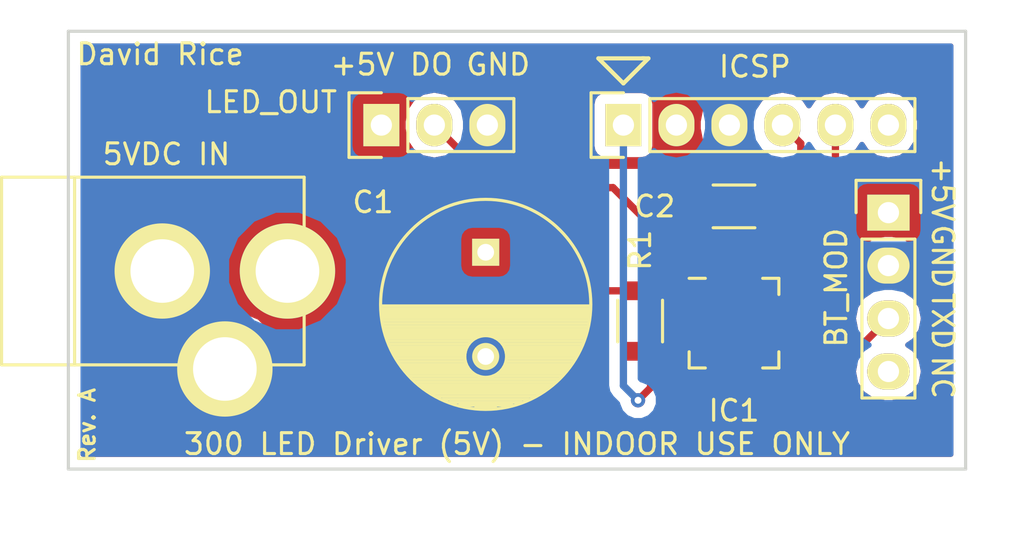
<source format=kicad_pcb>
(kicad_pcb (version 4) (host pcbnew 4.0.4-stable)

  (general
    (links 20)
    (no_connects 0)
    (area 116.571979 59.5 165.800001 85.100001)
    (thickness 1.6)
    (drawings 18)
    (tracks 44)
    (zones 0)
    (modules 8)
    (nets 19)
  )

  (page USLetter)
  (layers
    (0 F.Cu signal)
    (31 B.Cu signal)
    (34 B.Paste user)
    (35 F.Paste user)
    (36 B.SilkS user)
    (37 F.SilkS user)
    (38 B.Mask user)
    (39 F.Mask user)
    (44 Edge.Cuts user)
    (46 B.CrtYd user)
    (47 F.CrtYd user)
  )

  (setup
    (last_trace_width 0.1524)
    (user_trace_width 0.35)
    (user_trace_width 1.27)
    (user_trace_width 2.54)
    (user_trace_width 5.08)
    (trace_clearance 0.1524)
    (zone_clearance 0.508)
    (zone_45_only yes)
    (trace_min 0.1524)
    (segment_width 0.2)
    (edge_width 0.15)
    (via_size 0.6858)
    (via_drill 0.3302)
    (via_min_size 0.6858)
    (via_min_drill 0.3302)
    (uvia_size 0.762)
    (uvia_drill 0.508)
    (uvias_allowed no)
    (uvia_min_size 0)
    (uvia_min_drill 0)
    (pcb_text_width 0.3)
    (pcb_text_size 1.5 1.5)
    (mod_edge_width 0.15)
    (mod_text_size 1 1)
    (mod_text_width 0.15)
    (pad_size 1.524 1.524)
    (pad_drill 0.762)
    (pad_to_mask_clearance 0.2)
    (aux_axis_origin 0 0)
    (visible_elements 7FFFFFFF)
    (pcbplotparams
      (layerselection 0x00030_80000001)
      (usegerberextensions false)
      (excludeedgelayer true)
      (linewidth 0.100000)
      (plotframeref false)
      (viasonmask false)
      (mode 1)
      (useauxorigin false)
      (hpglpennumber 1)
      (hpglpenspeed 20)
      (hpglpendiameter 15)
      (hpglpenoverlay 2)
      (psnegative false)
      (psa4output false)
      (plotreference true)
      (plotvalue true)
      (plotinvisibletext false)
      (padsonsilk false)
      (subtractmaskfromsilk false)
      (outputformat 1)
      (mirror false)
      (drillshape 1)
      (scaleselection 1)
      (outputdirectory ""))
  )

  (net 0 "")
  (net 1 +5V)
  (net 2 GND)
  (net 3 "Net-(IC1-Pad1)")
  (net 4 "Net-(IC1-Pad2)")
  (net 5 "Net-(IC1-Pad3)")
  (net 6 "Net-(IC1-Pad4)")
  (net 7 "Net-(IC1-Pad5)")
  (net 8 "Net-(IC1-Pad6)")
  (net 9 "Net-(IC1-Pad7)")
  (net 10 "Net-(IC1-Pad8)")
  (net 11 "Net-(IC1-Pad9)")
  (net 12 "Net-(IC1-Pad10)")
  (net 13 "Net-(IC1-Pad11)")
  (net 14 "Net-(IC1-Pad12)")
  (net 15 "Net-(IC1-Pad14)")
  (net 16 "Net-(IC1-Pad15)")
  (net 17 "Net-(P3-Pad6)")
  (net 18 "Net-(P4-Pad4)")

  (net_class Default "This is the default net class."
    (clearance 0.1524)
    (trace_width 0.1524)
    (via_dia 0.6858)
    (via_drill 0.3302)
    (uvia_dia 0.762)
    (uvia_drill 0.508)
    (add_net +5V)
    (add_net GND)
    (add_net "Net-(IC1-Pad1)")
    (add_net "Net-(IC1-Pad10)")
    (add_net "Net-(IC1-Pad11)")
    (add_net "Net-(IC1-Pad12)")
    (add_net "Net-(IC1-Pad14)")
    (add_net "Net-(IC1-Pad15)")
    (add_net "Net-(IC1-Pad2)")
    (add_net "Net-(IC1-Pad3)")
    (add_net "Net-(IC1-Pad4)")
    (add_net "Net-(IC1-Pad5)")
    (add_net "Net-(IC1-Pad6)")
    (add_net "Net-(IC1-Pad7)")
    (add_net "Net-(IC1-Pad8)")
    (add_net "Net-(IC1-Pad9)")
    (add_net "Net-(P3-Pad6)")
    (add_net "Net-(P4-Pad4)")
  )

  (module Connect:BARREL_JACK (layer F.Cu) (tedit 57F1C8B0) (tstamp 57F1BEC8)
    (at 124.3 72.5)
    (descr "DC Barrel Jack")
    (tags "Power Jack")
    (path /57F1B500)
    (fp_text reference "5VDC IN" (at 0.4 -5.6) (layer F.SilkS)
      (effects (font (size 1 1) (thickness 0.15)))
    )
    (fp_text value BARREL_JACK (at 0 -5.99948) (layer F.Fab)
      (effects (font (size 1 1) (thickness 0.15)))
    )
    (fp_line (start -4.0005 -4.50088) (end -4.0005 4.50088) (layer F.SilkS) (width 0.15))
    (fp_line (start -7.50062 -4.50088) (end -7.50062 4.50088) (layer F.SilkS) (width 0.15))
    (fp_line (start -7.50062 4.50088) (end 7.00024 4.50088) (layer F.SilkS) (width 0.15))
    (fp_line (start 7.00024 4.50088) (end 7.00024 -4.50088) (layer F.SilkS) (width 0.15))
    (fp_line (start 7.00024 -4.50088) (end -7.50062 -4.50088) (layer F.SilkS) (width 0.15))
    (pad 1 thru_hole circle (at 6.20014 0) (size 4.572 4.572) (drill 3.048) (layers *.Cu *.Mask F.SilkS)
      (net 1 +5V))
    (pad 2 thru_hole circle (at 0.20066 0) (size 4.572 4.572) (drill oval 3.048) (layers *.Cu *.Mask F.SilkS)
      (net 2 GND))
    (pad 3 thru_hole circle (at 3.2004 4.699) (size 4.572 4.572) (drill 3.048) (layers *.Cu *.Mask F.SilkS)
      (net 2 GND))
  )

  (module Housings_DFN_QFN:QFN-16-1EP_4x4mm_Pitch0.65mm (layer F.Cu) (tedit 57F1C692) (tstamp 57F1BEBC)
    (at 151.9 75)
    (descr "16-Lead Plastic Quad Flat, No Lead Package (ML) - 4x4x0.9 mm Body [QFN]; (see Microchip Packaging Specification 00000049BS.pdf)")
    (tags "QFN 0.65")
    (path /57F1B7DB)
    (attr smd)
    (fp_text reference IC1 (at 0 4.2) (layer F.SilkS)
      (effects (font (size 1 1) (thickness 0.15)))
    )
    (fp_text value PIC16F18325-I/JQ (at 0 3.4) (layer F.Fab)
      (effects (font (size 1 1) (thickness 0.15)))
    )
    (fp_line (start -1 -2) (end 2 -2) (layer F.Fab) (width 0.15))
    (fp_line (start 2 -2) (end 2 2) (layer F.Fab) (width 0.15))
    (fp_line (start 2 2) (end -2 2) (layer F.Fab) (width 0.15))
    (fp_line (start -2 2) (end -2 -1) (layer F.Fab) (width 0.15))
    (fp_line (start -2 -1) (end -1 -2) (layer F.Fab) (width 0.15))
    (fp_line (start -2.65 -2.65) (end -2.65 2.65) (layer F.CrtYd) (width 0.05))
    (fp_line (start 2.65 -2.65) (end 2.65 2.65) (layer F.CrtYd) (width 0.05))
    (fp_line (start -2.65 -2.65) (end 2.65 -2.65) (layer F.CrtYd) (width 0.05))
    (fp_line (start -2.65 2.65) (end 2.65 2.65) (layer F.CrtYd) (width 0.05))
    (fp_line (start 2.15 -2.15) (end 2.15 -1.375) (layer F.SilkS) (width 0.15))
    (fp_line (start -2.15 2.15) (end -2.15 1.375) (layer F.SilkS) (width 0.15))
    (fp_line (start 2.15 2.15) (end 2.15 1.375) (layer F.SilkS) (width 0.15))
    (fp_line (start -2.15 -2.15) (end -1.375 -2.15) (layer F.SilkS) (width 0.15))
    (fp_line (start -2.15 2.15) (end -1.375 2.15) (layer F.SilkS) (width 0.15))
    (fp_line (start 2.15 2.15) (end 1.375 2.15) (layer F.SilkS) (width 0.15))
    (fp_line (start 2.15 -2.15) (end 1.375 -2.15) (layer F.SilkS) (width 0.15))
    (pad 1 smd rect (at -2 -0.975) (size 0.8 0.35) (layers F.Cu F.Paste F.Mask)
      (net 3 "Net-(IC1-Pad1)"))
    (pad 2 smd rect (at -2 -0.325) (size 0.8 0.35) (layers F.Cu F.Paste F.Mask)
      (net 4 "Net-(IC1-Pad2)"))
    (pad 3 smd rect (at -2 0.325) (size 0.8 0.35) (layers F.Cu F.Paste F.Mask)
      (net 5 "Net-(IC1-Pad3)"))
    (pad 4 smd rect (at -2 0.975) (size 0.8 0.35) (layers F.Cu F.Paste F.Mask)
      (net 6 "Net-(IC1-Pad4)"))
    (pad 5 smd rect (at -0.975 2 90) (size 0.8 0.35) (layers F.Cu F.Paste F.Mask)
      (net 7 "Net-(IC1-Pad5)"))
    (pad 6 smd rect (at -0.325 2 90) (size 0.8 0.35) (layers F.Cu F.Paste F.Mask)
      (net 8 "Net-(IC1-Pad6)"))
    (pad 7 smd rect (at 0.325 2 90) (size 0.8 0.35) (layers F.Cu F.Paste F.Mask)
      (net 9 "Net-(IC1-Pad7)"))
    (pad 8 smd rect (at 0.975 2 90) (size 0.8 0.35) (layers F.Cu F.Paste F.Mask)
      (net 10 "Net-(IC1-Pad8)"))
    (pad 9 smd rect (at 2 0.975) (size 0.8 0.35) (layers F.Cu F.Paste F.Mask)
      (net 11 "Net-(IC1-Pad9)"))
    (pad 10 smd rect (at 2 0.325) (size 0.8 0.35) (layers F.Cu F.Paste F.Mask)
      (net 12 "Net-(IC1-Pad10)"))
    (pad 11 smd rect (at 2 -0.325) (size 0.8 0.35) (layers F.Cu F.Paste F.Mask)
      (net 13 "Net-(IC1-Pad11)"))
    (pad 12 smd rect (at 2 -0.975) (size 0.8 0.35) (layers F.Cu F.Paste F.Mask)
      (net 14 "Net-(IC1-Pad12)"))
    (pad 13 smd rect (at 0.975 -2 90) (size 0.8 0.35) (layers F.Cu F.Paste F.Mask)
      (net 2 GND))
    (pad 14 smd rect (at 0.325 -2 90) (size 0.8 0.35) (layers F.Cu F.Paste F.Mask)
      (net 15 "Net-(IC1-Pad14)"))
    (pad 15 smd rect (at -0.325 -2 90) (size 0.8 0.35) (layers F.Cu F.Paste F.Mask)
      (net 16 "Net-(IC1-Pad15)"))
    (pad 16 smd rect (at -0.975 -2 90) (size 0.8 0.35) (layers F.Cu F.Paste F.Mask)
      (net 1 +5V))
    (model Housings_DFN_QFN.3dshapes/QFN-16-1EP_4x4mm_Pitch0.65mm.wrl
      (at (xyz 0 0 0))
      (scale (xyz 1 1 1))
      (rotate (xyz 0 0 0))
    )
  )

  (module Capacitors_ThroughHole:C_Radial_D10_L16_P5 (layer F.Cu) (tedit 57F1C773) (tstamp 57F1BE84)
    (at 140 71.6 270)
    (descr "Radial Electrolytic Capacitor 10mm x Length 16mm, Pitch 5mm")
    (tags "Electrolytic Capacitor")
    (path /57F1B993)
    (fp_text reference C1 (at -2.4 5.4 360) (layer F.SilkS)
      (effects (font (size 1 1) (thickness 0.15)))
    )
    (fp_text value 1000uF (at 2.5 6.3 270) (layer F.Fab)
      (effects (font (size 1 1) (thickness 0.15)))
    )
    (fp_line (start 2.575 -4.999) (end 2.575 4.999) (layer F.SilkS) (width 0.15))
    (fp_line (start 2.715 -4.995) (end 2.715 4.995) (layer F.SilkS) (width 0.15))
    (fp_line (start 2.855 -4.987) (end 2.855 4.987) (layer F.SilkS) (width 0.15))
    (fp_line (start 2.995 -4.975) (end 2.995 4.975) (layer F.SilkS) (width 0.15))
    (fp_line (start 3.135 -4.96) (end 3.135 4.96) (layer F.SilkS) (width 0.15))
    (fp_line (start 3.275 -4.94) (end 3.275 4.94) (layer F.SilkS) (width 0.15))
    (fp_line (start 3.415 -4.916) (end 3.415 4.916) (layer F.SilkS) (width 0.15))
    (fp_line (start 3.555 -4.887) (end 3.555 4.887) (layer F.SilkS) (width 0.15))
    (fp_line (start 3.695 -4.855) (end 3.695 4.855) (layer F.SilkS) (width 0.15))
    (fp_line (start 3.835 -4.818) (end 3.835 4.818) (layer F.SilkS) (width 0.15))
    (fp_line (start 3.975 -4.777) (end 3.975 4.777) (layer F.SilkS) (width 0.15))
    (fp_line (start 4.115 -4.732) (end 4.115 -0.466) (layer F.SilkS) (width 0.15))
    (fp_line (start 4.115 0.466) (end 4.115 4.732) (layer F.SilkS) (width 0.15))
    (fp_line (start 4.255 -4.682) (end 4.255 -0.667) (layer F.SilkS) (width 0.15))
    (fp_line (start 4.255 0.667) (end 4.255 4.682) (layer F.SilkS) (width 0.15))
    (fp_line (start 4.395 -4.627) (end 4.395 -0.796) (layer F.SilkS) (width 0.15))
    (fp_line (start 4.395 0.796) (end 4.395 4.627) (layer F.SilkS) (width 0.15))
    (fp_line (start 4.535 -4.567) (end 4.535 -0.885) (layer F.SilkS) (width 0.15))
    (fp_line (start 4.535 0.885) (end 4.535 4.567) (layer F.SilkS) (width 0.15))
    (fp_line (start 4.675 -4.502) (end 4.675 -0.946) (layer F.SilkS) (width 0.15))
    (fp_line (start 4.675 0.946) (end 4.675 4.502) (layer F.SilkS) (width 0.15))
    (fp_line (start 4.815 -4.432) (end 4.815 -0.983) (layer F.SilkS) (width 0.15))
    (fp_line (start 4.815 0.983) (end 4.815 4.432) (layer F.SilkS) (width 0.15))
    (fp_line (start 4.955 -4.356) (end 4.955 -0.999) (layer F.SilkS) (width 0.15))
    (fp_line (start 4.955 0.999) (end 4.955 4.356) (layer F.SilkS) (width 0.15))
    (fp_line (start 5.095 -4.274) (end 5.095 -0.995) (layer F.SilkS) (width 0.15))
    (fp_line (start 5.095 0.995) (end 5.095 4.274) (layer F.SilkS) (width 0.15))
    (fp_line (start 5.235 -4.186) (end 5.235 -0.972) (layer F.SilkS) (width 0.15))
    (fp_line (start 5.235 0.972) (end 5.235 4.186) (layer F.SilkS) (width 0.15))
    (fp_line (start 5.375 -4.091) (end 5.375 -0.927) (layer F.SilkS) (width 0.15))
    (fp_line (start 5.375 0.927) (end 5.375 4.091) (layer F.SilkS) (width 0.15))
    (fp_line (start 5.515 -3.989) (end 5.515 -0.857) (layer F.SilkS) (width 0.15))
    (fp_line (start 5.515 0.857) (end 5.515 3.989) (layer F.SilkS) (width 0.15))
    (fp_line (start 5.655 -3.879) (end 5.655 -0.756) (layer F.SilkS) (width 0.15))
    (fp_line (start 5.655 0.756) (end 5.655 3.879) (layer F.SilkS) (width 0.15))
    (fp_line (start 5.795 -3.761) (end 5.795 -0.607) (layer F.SilkS) (width 0.15))
    (fp_line (start 5.795 0.607) (end 5.795 3.761) (layer F.SilkS) (width 0.15))
    (fp_line (start 5.935 -3.633) (end 5.935 -0.355) (layer F.SilkS) (width 0.15))
    (fp_line (start 5.935 0.355) (end 5.935 3.633) (layer F.SilkS) (width 0.15))
    (fp_line (start 6.075 -3.496) (end 6.075 3.496) (layer F.SilkS) (width 0.15))
    (fp_line (start 6.215 -3.346) (end 6.215 3.346) (layer F.SilkS) (width 0.15))
    (fp_line (start 6.355 -3.184) (end 6.355 3.184) (layer F.SilkS) (width 0.15))
    (fp_line (start 6.495 -3.007) (end 6.495 3.007) (layer F.SilkS) (width 0.15))
    (fp_line (start 6.635 -2.811) (end 6.635 2.811) (layer F.SilkS) (width 0.15))
    (fp_line (start 6.775 -2.593) (end 6.775 2.593) (layer F.SilkS) (width 0.15))
    (fp_line (start 6.915 -2.347) (end 6.915 2.347) (layer F.SilkS) (width 0.15))
    (fp_line (start 7.055 -2.062) (end 7.055 2.062) (layer F.SilkS) (width 0.15))
    (fp_line (start 7.195 -1.72) (end 7.195 1.72) (layer F.SilkS) (width 0.15))
    (fp_line (start 7.335 -1.274) (end 7.335 1.274) (layer F.SilkS) (width 0.15))
    (fp_line (start 7.475 -0.499) (end 7.475 0.499) (layer F.SilkS) (width 0.15))
    (fp_circle (center 5 0) (end 5 -1) (layer F.SilkS) (width 0.15))
    (fp_circle (center 2.5 0) (end 2.5 -5.0375) (layer F.SilkS) (width 0.15))
    (fp_circle (center 2.5 0) (end 2.5 -5.3) (layer F.CrtYd) (width 0.05))
    (pad 1 thru_hole rect (at 0 0 270) (size 1.3 1.3) (drill 0.8) (layers *.Cu *.Mask F.SilkS)
      (net 1 +5V))
    (pad 2 thru_hole circle (at 5 0 270) (size 1.3 1.3) (drill 0.8) (layers *.Cu *.Mask F.SilkS)
      (net 2 GND))
    (model Capacitors_ThroughHole.3dshapes/C_Radial_D10_L16_P5.wrl
      (at (xyz 0.0984252 0 0))
      (scale (xyz 1 1 1))
      (rotate (xyz 0 0 90))
    )
  )

  (module Capacitors_SMD:C_1206 (layer F.Cu) (tedit 57F1C283) (tstamp 57F1BE94)
    (at 151.9 69.4)
    (descr "Capacitor SMD 1206, reflow soldering, AVX (see smccp.pdf)")
    (tags "capacitor 1206")
    (path /57F1BA07)
    (attr smd)
    (fp_text reference C2 (at -3.8 0) (layer F.SilkS)
      (effects (font (size 1 1) (thickness 0.15)))
    )
    (fp_text value 0.1uf (at 0 2.3) (layer F.Fab)
      (effects (font (size 1 1) (thickness 0.15)))
    )
    (fp_line (start -1.6 0.8) (end -1.6 -0.8) (layer F.Fab) (width 0.15))
    (fp_line (start 1.6 0.8) (end -1.6 0.8) (layer F.Fab) (width 0.15))
    (fp_line (start 1.6 -0.8) (end 1.6 0.8) (layer F.Fab) (width 0.15))
    (fp_line (start -1.6 -0.8) (end 1.6 -0.8) (layer F.Fab) (width 0.15))
    (fp_line (start -2.3 -1.15) (end 2.3 -1.15) (layer F.CrtYd) (width 0.05))
    (fp_line (start -2.3 1.15) (end 2.3 1.15) (layer F.CrtYd) (width 0.05))
    (fp_line (start -2.3 -1.15) (end -2.3 1.15) (layer F.CrtYd) (width 0.05))
    (fp_line (start 2.3 -1.15) (end 2.3 1.15) (layer F.CrtYd) (width 0.05))
    (fp_line (start 1 -1.025) (end -1 -1.025) (layer F.SilkS) (width 0.15))
    (fp_line (start -1 1.025) (end 1 1.025) (layer F.SilkS) (width 0.15))
    (pad 1 smd rect (at -1.5 0) (size 1 1.6) (layers F.Cu F.Paste F.Mask)
      (net 1 +5V))
    (pad 2 smd rect (at 1.5 0) (size 1 1.6) (layers F.Cu F.Paste F.Mask)
      (net 2 GND))
    (model Capacitors_SMD.3dshapes/C_1206.wrl
      (at (xyz 0 0 0))
      (scale (xyz 1 1 1))
      (rotate (xyz 0 0 0))
    )
  )

  (module Pin_Headers:Pin_Header_Straight_1x03 (layer F.Cu) (tedit 57F1C81B) (tstamp 57F1BEDA)
    (at 135 65.5 90)
    (descr "Through hole pin header")
    (tags "pin header")
    (path /57F1BFEB)
    (fp_text reference LED_OUT (at 1.1 -5.3 180) (layer F.SilkS)
      (effects (font (size 1 1) (thickness 0.15)))
    )
    (fp_text value LED_OUT (at 0 -3.1 90) (layer F.Fab)
      (effects (font (size 1 1) (thickness 0.15)))
    )
    (fp_line (start -1.75 -1.75) (end -1.75 6.85) (layer F.CrtYd) (width 0.05))
    (fp_line (start 1.75 -1.75) (end 1.75 6.85) (layer F.CrtYd) (width 0.05))
    (fp_line (start -1.75 -1.75) (end 1.75 -1.75) (layer F.CrtYd) (width 0.05))
    (fp_line (start -1.75 6.85) (end 1.75 6.85) (layer F.CrtYd) (width 0.05))
    (fp_line (start -1.27 1.27) (end -1.27 6.35) (layer F.SilkS) (width 0.15))
    (fp_line (start -1.27 6.35) (end 1.27 6.35) (layer F.SilkS) (width 0.15))
    (fp_line (start 1.27 6.35) (end 1.27 1.27) (layer F.SilkS) (width 0.15))
    (fp_line (start 1.55 -1.55) (end 1.55 0) (layer F.SilkS) (width 0.15))
    (fp_line (start 1.27 1.27) (end -1.27 1.27) (layer F.SilkS) (width 0.15))
    (fp_line (start -1.55 0) (end -1.55 -1.55) (layer F.SilkS) (width 0.15))
    (fp_line (start -1.55 -1.55) (end 1.55 -1.55) (layer F.SilkS) (width 0.15))
    (pad 1 thru_hole rect (at 0 0 90) (size 2.032 1.7272) (drill 1.016) (layers *.Cu *.Mask F.SilkS)
      (net 1 +5V))
    (pad 2 thru_hole oval (at 0 2.54 90) (size 2.032 1.7272) (drill 1.016) (layers *.Cu *.Mask F.SilkS)
      (net 3 "Net-(IC1-Pad1)"))
    (pad 3 thru_hole oval (at 0 5.08 90) (size 2.032 1.7272) (drill 1.016) (layers *.Cu *.Mask F.SilkS)
      (net 2 GND))
    (model Pin_Headers.3dshapes/Pin_Header_Straight_1x03.wrl
      (at (xyz 0 -0.1 0))
      (scale (xyz 1 1 1))
      (rotate (xyz 0 0 90))
    )
  )

  (module Pin_Headers:Pin_Header_Straight_1x06 (layer F.Cu) (tedit 57F1C533) (tstamp 57F1BEEF)
    (at 146.6 65.5 90)
    (descr "Through hole pin header")
    (tags "pin header")
    (path /57F1BE5A)
    (fp_text reference ICSP (at 2.8 6.3 180) (layer F.SilkS)
      (effects (font (size 1 1) (thickness 0.15)))
    )
    (fp_text value ICSP (at 0 -3.1 90) (layer F.Fab)
      (effects (font (size 1 1) (thickness 0.15)))
    )
    (fp_line (start -1.75 -1.75) (end -1.75 14.45) (layer F.CrtYd) (width 0.05))
    (fp_line (start 1.75 -1.75) (end 1.75 14.45) (layer F.CrtYd) (width 0.05))
    (fp_line (start -1.75 -1.75) (end 1.75 -1.75) (layer F.CrtYd) (width 0.05))
    (fp_line (start -1.75 14.45) (end 1.75 14.45) (layer F.CrtYd) (width 0.05))
    (fp_line (start 1.27 1.27) (end 1.27 13.97) (layer F.SilkS) (width 0.15))
    (fp_line (start 1.27 13.97) (end -1.27 13.97) (layer F.SilkS) (width 0.15))
    (fp_line (start -1.27 13.97) (end -1.27 1.27) (layer F.SilkS) (width 0.15))
    (fp_line (start 1.55 -1.55) (end 1.55 0) (layer F.SilkS) (width 0.15))
    (fp_line (start 1.27 1.27) (end -1.27 1.27) (layer F.SilkS) (width 0.15))
    (fp_line (start -1.55 0) (end -1.55 -1.55) (layer F.SilkS) (width 0.15))
    (fp_line (start -1.55 -1.55) (end 1.55 -1.55) (layer F.SilkS) (width 0.15))
    (pad 1 thru_hole rect (at 0 0 90) (size 2.032 1.7272) (drill 1.016) (layers *.Cu *.Mask F.SilkS)
      (net 5 "Net-(IC1-Pad3)"))
    (pad 2 thru_hole oval (at 0 2.54 90) (size 2.032 1.7272) (drill 1.016) (layers *.Cu *.Mask F.SilkS)
      (net 1 +5V))
    (pad 3 thru_hole oval (at 0 5.08 90) (size 2.032 1.7272) (drill 1.016) (layers *.Cu *.Mask F.SilkS)
      (net 2 GND))
    (pad 4 thru_hole oval (at 0 7.62 90) (size 2.032 1.7272) (drill 1.016) (layers *.Cu *.Mask F.SilkS)
      (net 14 "Net-(IC1-Pad12)"))
    (pad 5 thru_hole oval (at 0 10.16 90) (size 2.032 1.7272) (drill 1.016) (layers *.Cu *.Mask F.SilkS)
      (net 13 "Net-(IC1-Pad11)"))
    (pad 6 thru_hole oval (at 0 12.7 90) (size 2.032 1.7272) (drill 1.016) (layers *.Cu *.Mask F.SilkS)
      (net 17 "Net-(P3-Pad6)"))
    (model Pin_Headers.3dshapes/Pin_Header_Straight_1x06.wrl
      (at (xyz 0 -0.25 0))
      (scale (xyz 1 1 1))
      (rotate (xyz 0 0 90))
    )
  )

  (module Pin_Headers:Pin_Header_Straight_1x04 (layer F.Cu) (tedit 57F1C7D5) (tstamp 57F1BF02)
    (at 159.3 69.7)
    (descr "Through hole pin header")
    (tags "pin header")
    (path /57F1BD71)
    (fp_text reference BT_MOD (at -2.5 3.6 270) (layer F.SilkS)
      (effects (font (size 1 1) (thickness 0.15)))
    )
    (fp_text value BT_MOD (at 0 -3.1) (layer F.Fab)
      (effects (font (size 1 1) (thickness 0.15)))
    )
    (fp_line (start -1.75 -1.75) (end -1.75 9.4) (layer F.CrtYd) (width 0.05))
    (fp_line (start 1.75 -1.75) (end 1.75 9.4) (layer F.CrtYd) (width 0.05))
    (fp_line (start -1.75 -1.75) (end 1.75 -1.75) (layer F.CrtYd) (width 0.05))
    (fp_line (start -1.75 9.4) (end 1.75 9.4) (layer F.CrtYd) (width 0.05))
    (fp_line (start -1.27 1.27) (end -1.27 8.89) (layer F.SilkS) (width 0.15))
    (fp_line (start 1.27 1.27) (end 1.27 8.89) (layer F.SilkS) (width 0.15))
    (fp_line (start 1.55 -1.55) (end 1.55 0) (layer F.SilkS) (width 0.15))
    (fp_line (start -1.27 8.89) (end 1.27 8.89) (layer F.SilkS) (width 0.15))
    (fp_line (start 1.27 1.27) (end -1.27 1.27) (layer F.SilkS) (width 0.15))
    (fp_line (start -1.55 0) (end -1.55 -1.55) (layer F.SilkS) (width 0.15))
    (fp_line (start -1.55 -1.55) (end 1.55 -1.55) (layer F.SilkS) (width 0.15))
    (pad 1 thru_hole rect (at 0 0) (size 2.032 1.7272) (drill 1.016) (layers *.Cu *.Mask F.SilkS)
      (net 1 +5V))
    (pad 2 thru_hole oval (at 0 2.54) (size 2.032 1.7272) (drill 1.016) (layers *.Cu *.Mask F.SilkS)
      (net 2 GND))
    (pad 3 thru_hole oval (at 0 5.08) (size 2.032 1.7272) (drill 1.016) (layers *.Cu *.Mask F.SilkS)
      (net 6 "Net-(IC1-Pad4)"))
    (pad 4 thru_hole oval (at 0 7.62) (size 2.032 1.7272) (drill 1.016) (layers *.Cu *.Mask F.SilkS)
      (net 18 "Net-(P4-Pad4)"))
    (model Pin_Headers.3dshapes/Pin_Header_Straight_1x04.wrl
      (at (xyz 0 -0.15 0))
      (scale (xyz 1 1 1))
      (rotate (xyz 0 0 90))
    )
  )

  (module Resistors_SMD:R_1206 (layer F.Cu) (tedit 57F1C51A) (tstamp 57F1BF0E)
    (at 147.4 74.9 90)
    (descr "Resistor SMD 1206, reflow soldering, Vishay (see dcrcw.pdf)")
    (tags "resistor 1206")
    (path /57F1BB54)
    (attr smd)
    (fp_text reference R1 (at 3.4 0 90) (layer F.SilkS)
      (effects (font (size 1 1) (thickness 0.15)))
    )
    (fp_text value 10K (at 0 2.3 90) (layer F.Fab)
      (effects (font (size 1 1) (thickness 0.15)))
    )
    (fp_line (start -2.2 -1.2) (end 2.2 -1.2) (layer F.CrtYd) (width 0.05))
    (fp_line (start -2.2 1.2) (end 2.2 1.2) (layer F.CrtYd) (width 0.05))
    (fp_line (start -2.2 -1.2) (end -2.2 1.2) (layer F.CrtYd) (width 0.05))
    (fp_line (start 2.2 -1.2) (end 2.2 1.2) (layer F.CrtYd) (width 0.05))
    (fp_line (start 1 1.075) (end -1 1.075) (layer F.SilkS) (width 0.15))
    (fp_line (start -1 -1.075) (end 1 -1.075) (layer F.SilkS) (width 0.15))
    (pad 1 smd rect (at -1.45 0 90) (size 0.9 1.7) (layers F.Cu F.Paste F.Mask)
      (net 5 "Net-(IC1-Pad3)"))
    (pad 2 smd rect (at 1.45 0 90) (size 0.9 1.7) (layers F.Cu F.Paste F.Mask)
      (net 1 +5V))
    (model Resistors_SMD.3dshapes/R_1206.wrl
      (at (xyz 0 0 0))
      (scale (xyz 1 1 1))
      (rotate (xyz 0 0 0))
    )
  )

  (gr_text "Rev. A" (at 120.9 79.9 90) (layer F.SilkS)
    (effects (font (size 0.75 0.75) (thickness 0.15)))
  )
  (gr_text "David Rice" (at 124.4 62.1) (layer F.SilkS)
    (effects (font (size 1 1) (thickness 0.15)))
  )
  (gr_text "300 LED Driver (5V) - INDOOR USE ONLY" (at 141.5 80.8) (layer F.SilkS)
    (effects (font (size 1 1) (thickness 0.15)))
  )
  (gr_text NC (at 161.9 77.6 270) (layer F.SilkS)
    (effects (font (size 1 1) (thickness 0.15)))
  )
  (gr_text TXD (at 161.9 74.9 270) (layer F.SilkS)
    (effects (font (size 1 1) (thickness 0.15)))
  )
  (gr_text GND (at 161.9 71.8 270) (layer F.SilkS)
    (effects (font (size 1 1) (thickness 0.15)))
  )
  (gr_text +5V (at 161.9 68.6 270) (layer F.SilkS)
    (effects (font (size 1 1) (thickness 0.15)))
  )
  (gr_text GND (at 140.6 62.6) (layer F.SilkS)
    (effects (font (size 1 1) (thickness 0.15)))
  )
  (gr_text DO (at 137.4 62.6) (layer F.SilkS)
    (effects (font (size 1 1) (thickness 0.15)))
  )
  (gr_text +5V (at 134.1 62.6) (layer F.SilkS)
    (effects (font (size 1 1) (thickness 0.15)))
  )
  (gr_line (start 147.8 62.3) (end 147.5 62.3) (angle 90) (layer F.SilkS) (width 0.2))
  (gr_line (start 146.6 63.5) (end 147.8 62.3) (angle 90) (layer F.SilkS) (width 0.2))
  (gr_line (start 145.4 62.3) (end 147.6 62.3) (angle 90) (layer F.SilkS) (width 0.2))
  (gr_line (start 146.6 63.5) (end 145.4 62.3) (angle 90) (layer F.SilkS) (width 0.2))
  (gr_line (start 120 82) (end 120 61) (angle 90) (layer Edge.Cuts) (width 0.15))
  (gr_line (start 163 82) (end 120 82) (angle 90) (layer Edge.Cuts) (width 0.15))
  (gr_line (start 163 61) (end 163 82) (angle 90) (layer Edge.Cuts) (width 0.15))
  (gr_line (start 120 61) (end 163 61) (angle 90) (layer Edge.Cuts) (width 0.15))

  (segment (start 140 71.6) (end 143.1 71.6) (width 0.35) (layer F.Cu) (net 1))
  (segment (start 144.95 73.45) (end 147.4 73.45) (width 0.35) (layer F.Cu) (net 1) (tstamp 57F1C464))
  (segment (start 143.1 71.6) (end 144.95 73.45) (width 0.35) (layer F.Cu) (net 1) (tstamp 57F1C462))
  (segment (start 149.14 65.5) (end 149.14 66.54) (width 0.35) (layer F.Cu) (net 1))
  (segment (start 150.4 67.8) (end 150.4 69.4) (width 0.35) (layer F.Cu) (net 1) (tstamp 57F1C3C4))
  (segment (start 149.14 66.54) (end 150.4 67.8) (width 0.35) (layer F.Cu) (net 1) (tstamp 57F1C3C3))
  (segment (start 150.925 73) (end 150.925 71.425) (width 0.35) (layer F.Cu) (net 1))
  (segment (start 150.4 70.9) (end 150.4 69.4) (width 0.35) (layer F.Cu) (net 1) (tstamp 57F1C3B5))
  (segment (start 150.925 71.425) (end 150.4 70.9) (width 0.35) (layer F.Cu) (net 1) (tstamp 57F1C3B3))
  (segment (start 151.68 65.5) (end 151.68 66.48) (width 0.35) (layer F.Cu) (net 2))
  (segment (start 151.68 66.48) (end 153.4 68.2) (width 0.35) (layer F.Cu) (net 2) (tstamp 57F1C3C7))
  (segment (start 153.4 68.2) (end 153.4 69.4) (width 0.35) (layer F.Cu) (net 2) (tstamp 57F1C3C9))
  (segment (start 152.875 73) (end 152.875 71.725) (width 0.35) (layer F.Cu) (net 2))
  (segment (start 153.4 71.2) (end 153.4 69.4) (width 0.35) (layer F.Cu) (net 2) (tstamp 57F1C3BA))
  (segment (start 152.875 71.725) (end 153.4 71.2) (width 0.35) (layer F.Cu) (net 2) (tstamp 57F1C3B8))
  (segment (start 149.9 74.025) (end 149.425 74.025) (width 0.35) (layer F.Cu) (net 3))
  (segment (start 140.54 68.5) (end 137.54 65.5) (width 0.35) (layer F.Cu) (net 3) (tstamp 57F1C458))
  (segment (start 146.1 68.5) (end 140.54 68.5) (width 0.35) (layer F.Cu) (net 3) (tstamp 57F1C456))
  (segment (start 148.9 71.3) (end 146.1 68.5) (width 0.35) (layer F.Cu) (net 3) (tstamp 57F1C450))
  (segment (start 148.9 73.5) (end 148.9 71.3) (width 0.35) (layer F.Cu) (net 3) (tstamp 57F1C44E))
  (segment (start 149.425 74.025) (end 148.9 73.5) (width 0.35) (layer F.Cu) (net 3) (tstamp 57F1C44C))
  (segment (start 146.6 65.5) (end 146.6 78) (width 0.35) (layer B.Cu) (net 5))
  (segment (start 147.9 76.85) (end 147.4 76.35) (width 0.35) (layer F.Cu) (net 5) (tstamp 57F1C500))
  (segment (start 147.9 78.1) (end 147.9 76.85) (width 0.35) (layer F.Cu) (net 5) (tstamp 57F1C4FA))
  (segment (start 147.3 78.7) (end 147.9 78.1) (width 0.35) (layer F.Cu) (net 5) (tstamp 57F1C4F9))
  (via (at 147.3 78.7) (size 0.6858) (drill 0.3302) (layers F.Cu B.Cu) (net 5))
  (segment (start 146.6 78) (end 147.3 78.7) (width 0.35) (layer B.Cu) (net 5) (tstamp 57F1C4E7))
  (segment (start 149.9 75.325) (end 148.425 75.325) (width 0.35) (layer F.Cu) (net 5))
  (segment (start 148.425 75.325) (end 147.4 76.35) (width 0.35) (layer F.Cu) (net 5) (tstamp 57F1C428))
  (segment (start 149.9 75.975) (end 149.125 75.975) (width 0.35) (layer F.Cu) (net 6))
  (segment (start 157.88 76.2) (end 159.3 74.78) (width 0.35) (layer F.Cu) (net 6) (tstamp 57F1C402))
  (segment (start 157 76.2) (end 157.88 76.2) (width 0.35) (layer F.Cu) (net 6) (tstamp 57F1C401))
  (segment (start 154.7 78.5) (end 157 76.2) (width 0.35) (layer F.Cu) (net 6) (tstamp 57F1C3FE))
  (segment (start 149.3 78.5) (end 154.7 78.5) (width 0.35) (layer F.Cu) (net 6) (tstamp 57F1C3FC))
  (segment (start 148.9 78.1) (end 149.3 78.5) (width 0.35) (layer F.Cu) (net 6) (tstamp 57F1C3FB))
  (segment (start 148.9 76.2) (end 148.9 78.1) (width 0.35) (layer F.Cu) (net 6) (tstamp 57F1C3F5))
  (segment (start 149.125 75.975) (end 148.9 76.2) (width 0.35) (layer F.Cu) (net 6) (tstamp 57F1C3EE))
  (segment (start 153.9 74.675) (end 154.825 74.675) (width 0.35) (layer F.Cu) (net 13))
  (segment (start 156.76 72.74) (end 156.76 65.5) (width 0.35) (layer F.Cu) (net 13) (tstamp 57F1C3DE))
  (segment (start 154.825 74.675) (end 156.76 72.74) (width 0.35) (layer F.Cu) (net 13) (tstamp 57F1C3DD))
  (segment (start 153.9 74.025) (end 154.575 74.025) (width 0.35) (layer F.Cu) (net 14))
  (segment (start 155.1 66.38) (end 154.22 65.5) (width 0.35) (layer F.Cu) (net 14) (tstamp 57F1C3DA))
  (segment (start 155.1 73.5) (end 155.1 66.38) (width 0.35) (layer F.Cu) (net 14) (tstamp 57F1C3D7))
  (segment (start 154.575 74.025) (end 155.1 73.5) (width 0.35) (layer F.Cu) (net 14) (tstamp 57F1C3D5))

  (zone (net 1) (net_name +5V) (layer F.Cu) (tstamp 57F1C2CE) (hatch edge 0.508)
    (connect_pads yes (clearance 0.508))
    (min_thickness 0.254)
    (fill yes (arc_segments 16) (thermal_gap 0.508) (thermal_bridge_width 1.016))
    (polygon
      (pts
        (xy 165 84.3) (xy 119.1 84.4) (xy 119.1 60) (xy 165 59.9)
      )
    )
    (filled_polygon
      (pts
        (xy 162.29 81.29) (xy 120.71 81.29) (xy 120.71 73.078474) (xy 121.579154 73.078474) (xy 122.022913 74.152452)
        (xy 122.843886 74.97486) (xy 123.917088 75.420492) (xy 125.079134 75.421506) (xy 125.194027 75.374033) (xy 125.02554 75.542226)
        (xy 124.579908 76.615428) (xy 124.578894 77.777474) (xy 125.022653 78.851452) (xy 125.843626 79.67386) (xy 126.916828 80.119492)
        (xy 128.078874 80.120506) (xy 129.152852 79.676747) (xy 129.97526 78.855774) (xy 130.420892 77.782572) (xy 130.421701 76.854481)
        (xy 138.714777 76.854481) (xy 138.909995 77.326943) (xy 139.271155 77.688735) (xy 139.743276 77.884777) (xy 140.254481 77.885223)
        (xy 140.726943 77.690005) (xy 141.088735 77.328845) (xy 141.284777 76.856724) (xy 141.285223 76.345519) (xy 141.090005 75.873057)
        (xy 140.728845 75.511265) (xy 140.256724 75.315223) (xy 139.745519 75.314777) (xy 139.273057 75.509995) (xy 138.911265 75.871155)
        (xy 138.715223 76.343276) (xy 138.714777 76.854481) (xy 130.421701 76.854481) (xy 130.421906 76.620526) (xy 129.978147 75.546548)
        (xy 129.157174 74.72414) (xy 128.083972 74.278508) (xy 126.921926 74.277494) (xy 126.807033 74.324967) (xy 126.97552 74.156774)
        (xy 127.421152 73.083572) (xy 127.422166 71.921526) (xy 126.978407 70.847548) (xy 126.157434 70.02514) (xy 125.084232 69.579508)
        (xy 123.922186 69.578494) (xy 122.848208 70.022253) (xy 122.0258 70.843226) (xy 121.580168 71.916428) (xy 121.579154 73.078474)
        (xy 120.71 73.078474) (xy 120.71 65.315255) (xy 136.0414 65.315255) (xy 136.0414 65.684745) (xy 136.155474 66.258234)
        (xy 136.48033 66.744415) (xy 136.966511 67.069271) (xy 137.54 67.183345) (xy 137.988601 67.094113) (xy 139.967244 69.072757)
        (xy 140.230027 69.248343) (xy 140.54 69.31) (xy 145.273 69.31) (xy 145.273 79.8) (xy 145.281685 79.846159)
        (xy 145.308965 79.888553) (xy 145.35059 79.916994) (xy 145.4 79.927) (xy 156 79.927) (xy 156.046159 79.918315)
        (xy 156.088553 79.891035) (xy 156.116994 79.84941) (xy 156.127 79.8) (xy 156.127 78.218512) (xy 157.335513 77.01)
        (xy 157.678318 77.01) (xy 157.616655 77.32) (xy 157.730729 77.893489) (xy 158.055585 78.37967) (xy 158.541766 78.704526)
        (xy 159.115255 78.8186) (xy 159.484745 78.8186) (xy 160.058234 78.704526) (xy 160.544415 78.37967) (xy 160.869271 77.893489)
        (xy 160.983345 77.32) (xy 160.869271 76.746511) (xy 160.544415 76.26033) (xy 160.229634 76.05) (xy 160.544415 75.83967)
        (xy 160.869271 75.353489) (xy 160.983345 74.78) (xy 160.869271 74.206511) (xy 160.544415 73.72033) (xy 160.229634 73.51)
        (xy 160.544415 73.29967) (xy 160.869271 72.813489) (xy 160.983345 72.24) (xy 160.869271 71.666511) (xy 160.544415 71.18033)
        (xy 160.058234 70.855474) (xy 159.484745 70.7414) (xy 159.115255 70.7414) (xy 158.541766 70.855474) (xy 158.055585 71.18033)
        (xy 157.730729 71.666511) (xy 157.616655 72.24) (xy 157.730729 72.813489) (xy 158.055585 73.29967) (xy 158.370366 73.51)
        (xy 158.055585 73.72033) (xy 157.730729 74.206511) (xy 157.616655 74.78) (xy 157.705887 75.228601) (xy 157.544488 75.39)
        (xy 157 75.39) (xy 156.690026 75.451658) (xy 156.602719 75.509995) (xy 156.427243 75.627244) (xy 156.127 75.927487)
        (xy 156.127 74.518512) (xy 157.332756 73.312757) (xy 157.485892 73.083572) (xy 157.508342 73.049974) (xy 157.57 72.74)
        (xy 157.57 66.911239) (xy 157.81967 66.744415) (xy 158.03 66.429634) (xy 158.24033 66.744415) (xy 158.726511 67.069271)
        (xy 159.3 67.183345) (xy 159.873489 67.069271) (xy 160.35967 66.744415) (xy 160.684526 66.258234) (xy 160.7986 65.684745)
        (xy 160.7986 65.315255) (xy 160.684526 64.741766) (xy 160.35967 64.255585) (xy 159.873489 63.930729) (xy 159.3 63.816655)
        (xy 158.726511 63.930729) (xy 158.24033 64.255585) (xy 158.03 64.570366) (xy 157.81967 64.255585) (xy 157.333489 63.930729)
        (xy 156.76 63.816655) (xy 156.186511 63.930729) (xy 155.70033 64.255585) (xy 155.49 64.570366) (xy 155.27967 64.255585)
        (xy 154.793489 63.930729) (xy 154.22 63.816655) (xy 153.646511 63.930729) (xy 153.16033 64.255585) (xy 152.95 64.570366)
        (xy 152.73967 64.255585) (xy 152.253489 63.930729) (xy 151.68 63.816655) (xy 151.106511 63.930729) (xy 150.62033 64.255585)
        (xy 150.295474 64.741766) (xy 150.1814 65.315255) (xy 150.1814 65.684745) (xy 150.295474 66.258234) (xy 150.62033 66.744415)
        (xy 151.106511 67.069271) (xy 151.128042 67.073554) (xy 151.527488 67.473) (xy 145.4 67.473) (xy 145.353841 67.481685)
        (xy 145.311447 67.508965) (xy 145.283006 67.55059) (xy 145.273 67.6) (xy 145.273 67.69) (xy 140.875513 67.69)
        (xy 140.320933 67.13542) (xy 140.653489 67.069271) (xy 141.13967 66.744415) (xy 141.464526 66.258234) (xy 141.5786 65.684745)
        (xy 141.5786 65.315255) (xy 141.464526 64.741766) (xy 141.292293 64.484) (xy 145.08896 64.484) (xy 145.08896 66.516)
        (xy 145.133238 66.751317) (xy 145.27231 66.967441) (xy 145.48451 67.112431) (xy 145.7364 67.16344) (xy 147.4636 67.16344)
        (xy 147.698917 67.119162) (xy 147.915041 66.98009) (xy 148.060031 66.76789) (xy 148.11104 66.516) (xy 148.11104 64.484)
        (xy 148.066762 64.248683) (xy 147.92769 64.032559) (xy 147.71549 63.887569) (xy 147.4636 63.83656) (xy 145.7364 63.83656)
        (xy 145.501083 63.880838) (xy 145.284959 64.01991) (xy 145.139969 64.23211) (xy 145.08896 64.484) (xy 141.292293 64.484)
        (xy 141.13967 64.255585) (xy 140.653489 63.930729) (xy 140.08 63.816655) (xy 139.506511 63.930729) (xy 139.02033 64.255585)
        (xy 138.81 64.570366) (xy 138.59967 64.255585) (xy 138.113489 63.930729) (xy 137.54 63.816655) (xy 136.966511 63.930729)
        (xy 136.48033 64.255585) (xy 136.155474 64.741766) (xy 136.0414 65.315255) (xy 120.71 65.315255) (xy 120.71 61.71)
        (xy 162.29 61.71)
      )
    )
  )
  (zone (net 2) (net_name GND) (layer B.Cu) (tstamp 57F1C2CF) (hatch edge 0.508)
    (connect_pads yes (clearance 0.508))
    (min_thickness 0.254)
    (fill yes (arc_segments 16) (thermal_gap 0.508) (thermal_bridge_width 1.016))
    (polygon
      (pts
        (xy 118.6 59.6) (xy 118.6 59.5) (xy 165.8 59.6) (xy 165.8 85.1) (xy 118.6 85)
      )
    )
    (filled_polygon
      (pts
        (xy 162.29 81.29) (xy 120.71 81.29) (xy 120.71 73.078474) (xy 127.578634 73.078474) (xy 128.022393 74.152452)
        (xy 128.843366 74.97486) (xy 129.916568 75.420492) (xy 131.078614 75.421506) (xy 132.152592 74.977747) (xy 132.975 74.156774)
        (xy 133.420632 73.083572) (xy 133.421646 71.921526) (xy 133.02022 70.95) (xy 138.70256 70.95) (xy 138.70256 72.25)
        (xy 138.746838 72.485317) (xy 138.88591 72.701441) (xy 139.09811 72.846431) (xy 139.35 72.89744) (xy 140.65 72.89744)
        (xy 140.885317 72.853162) (xy 141.101441 72.71409) (xy 141.246431 72.50189) (xy 141.29744 72.25) (xy 141.29744 70.95)
        (xy 141.253162 70.714683) (xy 141.11409 70.498559) (xy 140.90189 70.353569) (xy 140.65 70.30256) (xy 139.35 70.30256)
        (xy 139.114683 70.346838) (xy 138.898559 70.48591) (xy 138.753569 70.69811) (xy 138.70256 70.95) (xy 133.02022 70.95)
        (xy 132.977887 70.847548) (xy 132.156914 70.02514) (xy 131.083712 69.579508) (xy 129.921666 69.578494) (xy 128.847688 70.022253)
        (xy 128.02528 70.843226) (xy 127.579648 71.916428) (xy 127.578634 73.078474) (xy 120.71 73.078474) (xy 120.71 64.484)
        (xy 133.48896 64.484) (xy 133.48896 66.516) (xy 133.533238 66.751317) (xy 133.67231 66.967441) (xy 133.88451 67.112431)
        (xy 134.1364 67.16344) (xy 135.8636 67.16344) (xy 136.098917 67.119162) (xy 136.315041 66.98009) (xy 136.460031 66.76789)
        (xy 136.4684 66.726561) (xy 136.48033 66.744415) (xy 136.966511 67.069271) (xy 137.54 67.183345) (xy 138.113489 67.069271)
        (xy 138.59967 66.744415) (xy 138.924526 66.258234) (xy 139.0386 65.684745) (xy 139.0386 65.315255) (xy 138.924526 64.741766)
        (xy 138.752293 64.484) (xy 145.08896 64.484) (xy 145.08896 66.516) (xy 145.133238 66.751317) (xy 145.27231 66.967441)
        (xy 145.48451 67.112431) (xy 145.7364 67.16344) (xy 145.79 67.16344) (xy 145.79 78) (xy 145.851658 78.309974)
        (xy 145.982864 78.506337) (xy 146.027244 78.572756) (xy 146.321954 78.867466) (xy 146.321931 78.893663) (xy 146.470493 79.253212)
        (xy 146.745341 79.52854) (xy 147.10463 79.67773) (xy 147.493663 79.678069) (xy 147.853212 79.529507) (xy 148.12854 79.254659)
        (xy 148.27773 78.89537) (xy 148.278069 78.506337) (xy 148.129507 78.146788) (xy 147.854659 77.87146) (xy 147.49537 77.72227)
        (xy 147.467758 77.722246) (xy 147.41 77.664488) (xy 147.41 74.78) (xy 157.616655 74.78) (xy 157.730729 75.353489)
        (xy 158.055585 75.83967) (xy 158.370366 76.05) (xy 158.055585 76.26033) (xy 157.730729 76.746511) (xy 157.616655 77.32)
        (xy 157.730729 77.893489) (xy 158.055585 78.37967) (xy 158.541766 78.704526) (xy 159.115255 78.8186) (xy 159.484745 78.8186)
        (xy 160.058234 78.704526) (xy 160.544415 78.37967) (xy 160.869271 77.893489) (xy 160.983345 77.32) (xy 160.869271 76.746511)
        (xy 160.544415 76.26033) (xy 160.229634 76.05) (xy 160.544415 75.83967) (xy 160.869271 75.353489) (xy 160.983345 74.78)
        (xy 160.869271 74.206511) (xy 160.544415 73.72033) (xy 160.058234 73.395474) (xy 159.484745 73.2814) (xy 159.115255 73.2814)
        (xy 158.541766 73.395474) (xy 158.055585 73.72033) (xy 157.730729 74.206511) (xy 157.616655 74.78) (xy 147.41 74.78)
        (xy 147.41 68.8364) (xy 157.63656 68.8364) (xy 157.63656 70.5636) (xy 157.680838 70.798917) (xy 157.81991 71.015041)
        (xy 158.03211 71.160031) (xy 158.284 71.21104) (xy 160.316 71.21104) (xy 160.551317 71.166762) (xy 160.767441 71.02769)
        (xy 160.912431 70.81549) (xy 160.96344 70.5636) (xy 160.96344 68.8364) (xy 160.919162 68.601083) (xy 160.78009 68.384959)
        (xy 160.56789 68.239969) (xy 160.316 68.18896) (xy 158.284 68.18896) (xy 158.048683 68.233238) (xy 157.832559 68.37231)
        (xy 157.687569 68.58451) (xy 157.63656 68.8364) (xy 147.41 68.8364) (xy 147.41 67.16344) (xy 147.4636 67.16344)
        (xy 147.698917 67.119162) (xy 147.915041 66.98009) (xy 148.060031 66.76789) (xy 148.0684 66.726561) (xy 148.08033 66.744415)
        (xy 148.566511 67.069271) (xy 149.14 67.183345) (xy 149.713489 67.069271) (xy 150.19967 66.744415) (xy 150.524526 66.258234)
        (xy 150.6386 65.684745) (xy 150.6386 65.315255) (xy 152.7214 65.315255) (xy 152.7214 65.684745) (xy 152.835474 66.258234)
        (xy 153.16033 66.744415) (xy 153.646511 67.069271) (xy 154.22 67.183345) (xy 154.793489 67.069271) (xy 155.27967 66.744415)
        (xy 155.49 66.429634) (xy 155.70033 66.744415) (xy 156.186511 67.069271) (xy 156.76 67.183345) (xy 157.333489 67.069271)
        (xy 157.81967 66.744415) (xy 158.03 66.429634) (xy 158.24033 66.744415) (xy 158.726511 67.069271) (xy 159.3 67.183345)
        (xy 159.873489 67.069271) (xy 160.35967 66.744415) (xy 160.684526 66.258234) (xy 160.7986 65.684745) (xy 160.7986 65.315255)
        (xy 160.684526 64.741766) (xy 160.35967 64.255585) (xy 159.873489 63.930729) (xy 159.3 63.816655) (xy 158.726511 63.930729)
        (xy 158.24033 64.255585) (xy 158.03 64.570366) (xy 157.81967 64.255585) (xy 157.333489 63.930729) (xy 156.76 63.816655)
        (xy 156.186511 63.930729) (xy 155.70033 64.255585) (xy 155.49 64.570366) (xy 155.27967 64.255585) (xy 154.793489 63.930729)
        (xy 154.22 63.816655) (xy 153.646511 63.930729) (xy 153.16033 64.255585) (xy 152.835474 64.741766) (xy 152.7214 65.315255)
        (xy 150.6386 65.315255) (xy 150.524526 64.741766) (xy 150.19967 64.255585) (xy 149.713489 63.930729) (xy 149.14 63.816655)
        (xy 148.566511 63.930729) (xy 148.08033 64.255585) (xy 148.070757 64.269913) (xy 148.066762 64.248683) (xy 147.92769 64.032559)
        (xy 147.71549 63.887569) (xy 147.4636 63.83656) (xy 145.7364 63.83656) (xy 145.501083 63.880838) (xy 145.284959 64.01991)
        (xy 145.139969 64.23211) (xy 145.08896 64.484) (xy 138.752293 64.484) (xy 138.59967 64.255585) (xy 138.113489 63.930729)
        (xy 137.54 63.816655) (xy 136.966511 63.930729) (xy 136.48033 64.255585) (xy 136.470757 64.269913) (xy 136.466762 64.248683)
        (xy 136.32769 64.032559) (xy 136.11549 63.887569) (xy 135.8636 63.83656) (xy 134.1364 63.83656) (xy 133.901083 63.880838)
        (xy 133.684959 64.01991) (xy 133.539969 64.23211) (xy 133.48896 64.484) (xy 120.71 64.484) (xy 120.71 61.71)
        (xy 162.29 61.71)
      )
    )
  )
  (zone (net 0) (net_name "") (layer F.Cu) (tstamp 57F1C357) (hatch edge 0.508)
    (connect_pads (clearance 0.508))
    (min_thickness 0.254)
    (keepout (tracks allowed) (vias allowed) (copperpour not_allowed))
    (fill (arc_segments 16) (thermal_gap 0.508) (thermal_bridge_width 0.508))
    (polygon
      (pts
        (xy 156 79.8) (xy 145.4 79.8) (xy 145.4 67.6) (xy 156 67.6)
      )
    )
  )
)

</source>
